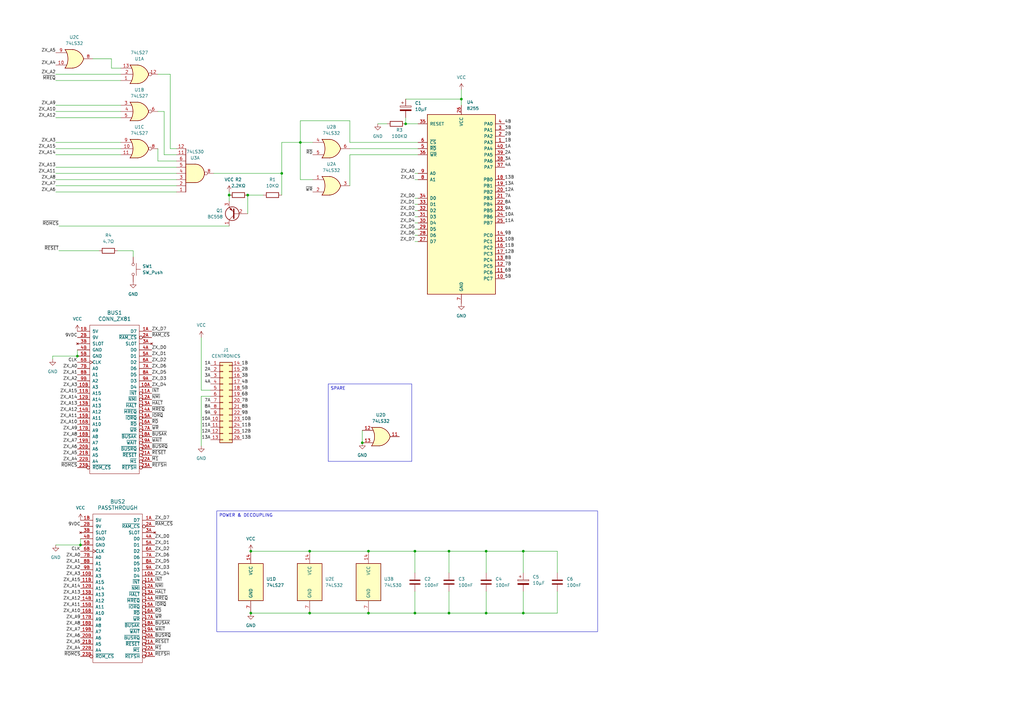
<source format=kicad_sch>
(kicad_sch (version 20230121) (generator eeschema)
  (paper "A3")
  (title_block (title "ZX81 Centronics Interface") (date "2023-09-16") (rev "INITIAL") (company "c't Magazine") (comment 2 "Redrawn by Brett Hallen") (comment 3 "youtube.com/@brfff"))
  (lib_symbols
    (symbol "74xx:74LS27" (pin_names (offset 1.016))
      (property "Reference" "U" (at 0 1.27 0))
      (property "Value" "74LS27" (at 0 -1.27 0))
      (symbol "74LS27_1_1"
        (arc (start -3.81 -3.81) (mid -2.589 0) (end -3.81 3.81) (stroke (width 0.254)))
        (arc (start -0.6096 -3.81) (mid 2.1842 -2.5851) (end 3.81 0) (stroke (width 0.254)) (fill (type background)))
        (polyline (pts (xy -3.81 -3.81) (xy -0.635 -3.81)) (stroke (width 0.254)) (fill (type background)))
        (polyline (pts (xy -3.81 3.81) (xy -0.635 3.81)) (stroke (width 0.254)) (fill (type background)))
        (polyline (pts (xy -0.635 3.81) (xy -3.81 3.81) (xy -3.81 3.81) (xy -3.556 3.4036) (xy -3.0226 2.2606) (xy -2.6924 1.0414) (xy -2.6162 -0.254) (xy -2.7686 -1.4986) (xy -3.175 -2.7178) (xy -3.81 -3.81) (xy -3.81 -3.81) (xy -0.635 -3.81)) (stroke (width -25.4)) (fill (type background)))
        (arc (start 3.81 0) (mid 2.1915 2.5936) (end -0.6096 3.81) (stroke (width 0.254)) (fill (type background)))
        (pin input line (at -7.62 2.54 0) (length 4.318) (name "~") (number "1"))
        (pin output inverted (at 7.62 0 180) (length 3.81) (name "~") (number "12"))
        (pin input line (at -7.62 -2.54 0) (length 4.318) (name "~") (number "13"))
        (pin input line (at -7.62 0 0) (length 4.953) (name "~") (number "2"))
      )
      (symbol "74LS27_1_2"
        (arc (start 0 -3.81) (mid 3.7934 0) (end 0 3.81) (stroke (width 0.254)) (fill (type background)))
        (polyline (pts (xy 0 3.81) (xy -3.81 3.81) (xy -3.81 -3.81) (xy 0 -3.81)) (stroke (width 0.254)) (fill (type background)))
        (pin input inverted (at -7.62 2.54 0) (length 3.81) (name "~") (number "1"))
        (pin output line (at 7.62 0 180) (length 3.81) (name "~") (number "12"))
        (pin input inverted (at -7.62 -2.54 0) (length 3.81) (name "~") (number "13"))
        (pin input inverted (at -7.62 0 0) (length 3.81) (name "~") (number "2"))
      )
      (symbol "74LS27_2_1"
        (arc (start -3.81 -3.81) (mid -2.589 0) (end -3.81 3.81) (stroke (width 0.254)))
        (arc (start -0.6096 -3.81) (mid 2.1842 -2.5851) (end 3.81 0) (stroke (width 0.254)) (fill (type background)))
        (polyline (pts (xy -3.81 -3.81) (xy -0.635 -3.81)) (stroke (width 0.254)) (fill (type background)))
        (polyline (pts (xy -3.81 3.81) (xy -0.635 3.81)) (stroke (width 0.254)) (fill (type background)))
        (polyline (pts (xy -0.635 3.81) (xy -3.81 3.81) (xy -3.81 3.81) (xy -3.556 3.4036) (xy -3.0226 2.2606) (xy -2.6924 1.0414) (xy -2.6162 -0.254) (xy -2.7686 -1.4986) (xy -3.175 -2.7178) (xy -3.81 -3.81) (xy -3.81 -3.81) (xy -0.635 -3.81)) (stroke (width -25.4)) (fill (type background)))
        (arc (start 3.81 0) (mid 2.1915 2.5936) (end -0.6096 3.81) (stroke (width 0.254)) (fill (type background)))
        (pin input line (at -7.62 2.54 0) (length 4.318) (name "~") (number "3"))
        (pin input line (at -7.62 0 0) (length 4.953) (name "~") (number "4"))
        (pin input line (at -7.62 -2.54 0) (length 4.318) (name "~") (number "5"))
        (pin output inverted (at 7.62 0 180) (length 3.81) (name "~") (number "6"))
      )
      (symbol "74LS27_2_2"
        (arc (start 0 -3.81) (mid 3.7934 0) (end 0 3.81) (stroke (width 0.254)) (fill (type background)))
        (polyline (pts (xy 0 3.81) (xy -3.81 3.81) (xy -3.81 -3.81) (xy 0 -3.81)) (stroke (width 0.254)) (fill (type background)))
        (pin input inverted (at -7.62 2.54 0) (length 3.81) (name "~") (number "3"))
        (pin input inverted (at -7.62 0 0) (length 3.81) (name "~") (number "4"))
        (pin input inverted (at -7.62 -2.54 0) (length 3.81) (name "~") (number "5"))
        (pin output line (at 7.62 0 180) (length 3.81) (name "~") (number "6"))
      )
      (symbol "74LS27_3_1"
        (arc (start -3.81 -3.81) (mid -2.589 0) (end -3.81 3.81) (stroke (width 0.254)))
        (arc (start -0.6096 -3.81) (mid 2.1842 -2.5851) (end 3.81 0) (stroke (width 0.254)) (fill (type background)))
        (polyline (pts (xy -3.81 -3.81) (xy -0.635 -3.81)) (stroke (width 0.254)) (fill (type background)))
        (polyline (pts (xy -3.81 3.81) (xy -0.635 3.81)) (stroke (width 0.254)) (fill (type background)))
        (polyline (pts (xy -0.635 3.81) (xy -3.81 3.81) (xy -3.81 3.81) (xy -3.556 3.4036) (xy -3.0226 2.2606) (xy -2.6924 1.0414) (xy -2.6162 -0.254) (xy -2.7686 -1.4986) (xy -3.175 -2.7178) (xy -3.81 -3.81) (xy -3.81 -3.81) (xy -0.635 -3.81)) (stroke (width -25.4)) (fill (type background)))
        (arc (start 3.81 0) (mid 2.1915 2.5936) (end -0.6096 3.81) (stroke (width 0.254)) (fill (type background)))
        (pin input line (at -7.62 0 0) (length 4.953) (name "~") (number "10"))
        (pin input line (at -7.62 -2.54 0) (length 4.318) (name "~") (number "11"))
        (pin output inverted (at 7.62 0 180) (length 3.81) (name "~") (number "8"))
        (pin input line (at -7.62 2.54 0) (length 4.318) (name "~") (number "9"))
      )
      (symbol "74LS27_3_2"
        (arc (start 0 -3.81) (mid 3.7934 0) (end 0 3.81) (stroke (width 0.254)) (fill (type background)))
        (polyline (pts (xy 0 3.81) (xy -3.81 3.81) (xy -3.81 -3.81) (xy 0 -3.81)) (stroke (width 0.254)) (fill (type background)))
        (pin input inverted (at -7.62 0 0) (length 3.81) (name "~") (number "10"))
        (pin input inverted (at -7.62 -2.54 0) (length 3.81) (name "~") (number "11"))
        (pin output line (at 7.62 0 180) (length 3.81) (name "~") (number "8"))
        (pin input inverted (at -7.62 2.54 0) (length 3.81) (name "~") (number "9"))
      )
      (symbol "74LS27_4_0"
        (pin power_in line (at 0 12.7 270) (length 5.08) (name "VCC") (number "14"))
        (pin power_in line (at 0 -12.7 90) (length 5.08) (name "GND") (number "7"))
      )
      (symbol "74LS27_4_1"
        (rectangle (start -5.08 7.62) (end 5.08 -7.62) (stroke (width 0.254)) (fill (type background)))
      )
    )
    (symbol "74xx:74LS30" (pin_names (offset 1.016))
      (property "Reference" "U" (at 0 1.27 0))
      (property "Value" "74LS30" (at 0 -1.27 0))
      (symbol "74LS30_1_1"
        (arc (start 0 -3.81) (mid 3.7934 0) (end 0 3.81) (stroke (width 0.254)) (fill (type background)))
        (polyline (pts (xy -3.81 7.62) (xy -3.81 -10.16)) (stroke (width 0.254)))
        (polyline (pts (xy 0 3.81) (xy -3.81 3.81) (xy -3.81 -3.81) (xy 0 -3.81)) (stroke (width 0.254)) (fill (type background)))
        (pin input line (at -7.62 7.62 0) (length 3.81) (name "~") (number "1"))
        (pin input line (at -7.62 -7.62 0) (length 3.81) (name "~") (number "11"))
        (pin input line (at -7.62 -10.16 0) (length 3.81) (name "~") (number "12"))
        (pin input line (at -7.62 5.08 0) (length 3.81) (name "~") (number "2"))
        (pin input line (at -7.62 2.54 0) (length 3.81) (name "~") (number "3"))
        (pin input line (at -7.62 0 0) (length 3.81) (name "~") (number "4"))
        (pin input line (at -7.62 -2.54 0) (length 3.81) (name "~") (number "5"))
        (pin input line (at -7.62 -5.08 0) (length 3.81) (name "~") (number "6"))
        (pin output inverted (at 7.62 0 180) (length 3.81) (name "~") (number "8"))
      )
      (symbol "74LS30_1_2"
        (arc (start -3.81 -3.81) (mid -2.589 0) (end -3.81 3.81) (stroke (width 0.254)))
        (arc (start -0.6096 -3.81) (mid 2.1842 -2.5851) (end 3.81 0) (stroke (width 0.254)) (fill (type background)))
        (polyline (pts (xy -3.81 -3.81) (xy -3.81 -10.16)) (stroke (width 0.254)))
        (polyline (pts (xy -3.81 -3.81) (xy -0.635 -3.81)) (stroke (width 0.254)) (fill (type background)))
        (polyline (pts (xy -3.81 3.81) (xy -0.635 3.81)) (stroke (width 0.254)) (fill (type background)))
        (polyline (pts (xy -3.81 7.62) (xy -3.81 3.81)) (stroke (width 0.254)))
        (polyline (pts (xy -0.635 3.81) (xy -3.81 3.81) (xy -3.81 3.81) (xy -3.556 3.4036) (xy -3.0226 2.2606) (xy -2.6924 1.0414) (xy -2.6162 -0.254) (xy -2.7686 -1.4986) (xy -3.175 -2.7178) (xy -3.81 -3.81) (xy -3.81 -3.81) (xy -0.635 -3.81)) (stroke (width -25.4)) (fill (type background)))
        (arc (start 3.81 0) (mid 2.1915 2.5936) (end -0.6096 3.81) (stroke (width 0.254)) (fill (type background)))
        (pin input inverted (at -7.62 7.62 0) (length 3.81) (name "~") (number "1"))
        (pin input inverted (at -7.62 -7.62 0) (length 3.81) (name "~") (number "11"))
        (pin input inverted (at -7.62 -10.16 0) (length 3.81) (name "~") (number "12"))
        (pin input inverted (at -7.62 5.08 0) (length 3.81) (name "~") (number "2"))
        (pin input inverted (at -7.62 2.54 0) (length 4.5466) (name "~") (number "3"))
        (pin input inverted (at -7.62 0 0) (length 5.08) (name "~") (number "4"))
        (pin input inverted (at -7.62 -2.54 0) (length 4.5466) (name "~") (number "5"))
        (pin input inverted (at -7.62 -5.08 0) (length 3.81) (name "~") (number "6"))
        (pin output line (at 7.62 0 180) (length 3.81) (name "~") (number "8"))
      )
      (symbol "74LS30_2_0"
        (pin power_in line (at 0 12.7 270) (length 5.08) (name "VCC") (number "14"))
        (pin power_in line (at 0 -12.7 90) (length 5.08) (name "GND") (number "7"))
      )
      (symbol "74LS30_2_1"
        (rectangle (start -5.08 7.62) (end 5.08 -7.62) (stroke (width 0.254)) (fill (type background)))
      )
    )
    (symbol "74xx:74LS32" (pin_names (offset 1.016))
      (property "Reference" "U" (at 0 1.27 0))
      (property "Value" "74LS32" (at 0 -1.27 0))
      (symbol "74LS32_1_1"
        (arc (start -3.81 -3.81) (mid -2.589 0) (end -3.81 3.81) (stroke (width 0.254)))
        (arc (start -0.6096 -3.81) (mid 2.1842 -2.5851) (end 3.81 0) (stroke (width 0.254)) (fill (type background)))
        (polyline (pts (xy -3.81 -3.81) (xy -0.635 -3.81)) (stroke (width 0.254)) (fill (type background)))
        (polyline (pts (xy -3.81 3.81) (xy -0.635 3.81)) (stroke (width 0.254)) (fill (type background)))
        (polyline (pts (xy -0.635 3.81) (xy -3.81 3.81) (xy -3.81 3.81) (xy -3.556 3.4036) (xy -3.0226 2.2606) (xy -2.6924 1.0414) (xy -2.6162 -0.254) (xy -2.7686 -1.4986) (xy -3.175 -2.7178) (xy -3.81 -3.81) (xy -3.81 -3.81) (xy -0.635 -3.81)) (stroke (width -25.4)) (fill (type background)))
        (arc (start 3.81 0) (mid 2.1915 2.5936) (end -0.6096 3.81) (stroke (width 0.254)) (fill (type background)))
        (pin input line (at -7.62 2.54 0) (length 4.318) (name "~") (number "1"))
        (pin input line (at -7.62 -2.54 0) (length 4.318) (name "~") (number "2"))
        (pin output line (at 7.62 0 180) (length 3.81) (name "~") (number "3"))
      )
      (symbol "74LS32_1_2"
        (arc (start 0 -3.81) (mid 3.7934 0) (end 0 3.81) (stroke (width 0.254)) (fill (type background)))
        (polyline (pts (xy 0 3.81) (xy -3.81 3.81) (xy -3.81 -3.81) (xy 0 -3.81)) (stroke (width 0.254)) (fill (type background)))
        (pin input inverted (at -7.62 2.54 0) (length 3.81) (name "~") (number "1"))
        (pin input inverted (at -7.62 -2.54 0) (length 3.81) (name "~") (number "2"))
        (pin output inverted (at 7.62 0 180) (length 3.81) (name "~") (number "3"))
      )
      (symbol "74LS32_2_1"
        (arc (start -3.81 -3.81) (mid -2.589 0) (end -3.81 3.81) (stroke (width 0.254)))
        (arc (start -0.6096 -3.81) (mid 2.1842 -2.5851) (end 3.81 0) (stroke (width 0.254)) (fill (type background)))
        (polyline (pts (xy -3.81 -3.81) (xy -0.635 -3.81)) (stroke (width 0.254)) (fill (type background)))
        (polyline (pts (xy -3.81 3.81) (xy -0.635 3.81)) (stroke (width 0.254)) (fill (type background)))
        (polyline (pts (xy -0.635 3.81) (xy -3.81 3.81) (xy -3.81 3.81) (xy -3.556 3.4036) (xy -3.0226 2.2606) (xy -2.6924 1.0414) (xy -2.6162 -0.254) (xy -2.7686 -1.4986) (xy -3.175 -2.7178) (xy -3.81 -3.81) (xy -3.81 -3.81) (xy -0.635 -3.81)) (stroke (width -25.4)) (fill (type background)))
        (arc (start 3.81 0) (mid 2.1915 2.5936) (end -0.6096 3.81) (stroke (width 0.254)) (fill (type background)))
        (pin input line (at -7.62 2.54 0) (length 4.318) (name "~") (number "4"))
        (pin input line (at -7.62 -2.54 0) (length 4.318) (name "~") (number "5"))
        (pin output line (at 7.62 0 180) (length 3.81) (name "~") (number "6"))
      )
      (symbol "74LS32_2_2"
        (arc (start 0 -3.81) (mid 3.7934 0) (end 0 3.81) (stroke (width 0.254)) (fill (type background)))
        (polyline (pts (xy 0 3.81) (xy -3.81 3.81) (xy -3.81 -3.81) (xy 0 -3.81)) (stroke (width 0.254)) (fill (type background)))
        (pin input inverted (at -7.62 2.54 0) (length 3.81) (name "~") (number "4"))
        (pin input inverted (at -7.62 -2.54 0) (length 3.81) (name "~") (number "5"))
        (pin output inverted (at 7.62 0 180) (length 3.81) (name "~") (number "6"))
      )
      (symbol "74LS32_3_1"
        (arc (start -3.81 -3.81) (mid -2.589 0) (end -3.81 3.81) (stroke (width 0.254)))
        (arc (start -0.6096 -3.81) (mid 2.1842 -2.5851) (end 3.81 0) (stroke (width 0.254)) (fill (type background)))
        (polyline (pts (xy -3.81 -3.81) (xy -0.635 -3.81)) (stroke (width 0.254)) (fill (type background)))
        (polyline (pts (xy -3.81 3.81) (xy -0.635 3.81)) (stroke (width 0.254)) (fill (type background)))
        (polyline (pts (xy -0.635 3.81) (xy -3.81 3.81) (xy -3.81 3.81) (xy -3.556 3.4036) (xy -3.0226 2.2606) (xy -2.6924 1.0414) (xy -2.6162 -0.254) (xy -2.7686 -1.4986) (xy -3.175 -2.7178) (xy -3.81 -3.81) (xy -3.81 -3.81) (xy -0.635 -3.81)) (stroke (width -25.4)) (fill (type background)))
        (arc (start 3.81 0) (mid 2.1915 2.5936) (end -0.6096 3.81) (stroke (width 0.254)) (fill (type background)))
        (pin input line (at -7.62 -2.54 0) (length 4.318) (name "~") (number "10"))
        (pin output line (at 7.62 0 180) (length 3.81) (name "~") (number "8"))
        (pin input line (at -7.62 2.54 0) (length 4.318) (name "~") (number "9"))
      )
      (symbol "74LS32_3_2"
        (arc (start 0 -3.81) (mid 3.7934 0) (end 0 3.81) (stroke (width 0.254)) (fill (type background)))
        (polyline (pts (xy 0 3.81) (xy -3.81 3.81) (xy -3.81 -3.81) (xy 0 -3.81)) (stroke (width 0.254)) (fill (type background)))
        (pin input inverted (at -7.62 -2.54 0) (length 3.81) (name "~") (number "10"))
        (pin output inverted (at 7.62 0 180) (length 3.81) (name "~") (number "8"))
        (pin input inverted (at -7.62 2.54 0) (length 3.81) (name "~") (number "9"))
      )
      (symbol "74LS32_4_1"
        (arc (start -3.81 -3.81) (mid -2.589 0) (end -3.81 3.81) (stroke (width 0.254)))
        (arc (start -0.6096 -3.81) (mid 2.1842 -2.5851) (end 3.81 0) (stroke (width 0.254)) (fill (type background)))
        (polyline (pts (xy -3.81 -3.81) (xy -0.635 -3.81)) (stroke (width 0.254)) (fill (type background)))
        (polyline (pts (xy -3.81 3.81) (xy -0.635 3.81)) (stroke (width 0.254)) (fill (type background)))
        (polyline (pts (xy -0.635 3.81) (xy -3.81 3.81) (xy -3.81 3.81) (xy -3.556 3.4036) (xy -3.0226 2.2606) (xy -2.6924 1.0414) (xy -2.6162 -0.254) (xy -2.7686 -1.4986) (xy -3.175 -2.7178) (xy -3.81 -3.81) (xy -3.81 -3.81) (xy -0.635 -3.81)) (stroke (width -25.4)) (fill (type background)))
        (arc (start 3.81 0) (mid 2.1915 2.5936) (end -0.6096 3.81) (stroke (width 0.254)) (fill (type background)))
        (pin output line (at 7.62 0 180) (length 3.81) (name "~") (number "11"))
        (pin input line (at -7.62 2.54 0) (length 4.318) (name "~") (number "12"))
        (pin input line (at -7.62 -2.54 0) (length 4.318) (name "~") (number "13"))
      )
      (symbol "74LS32_4_2"
        (arc (start 0 -3.81) (mid 3.7934 0) (end 0 3.81) (stroke (width 0.254)) (fill (type background)))
        (polyline (pts (xy 0 3.81) (xy -3.81 3.81) (xy -3.81 -3.81) (xy 0 -3.81)) (stroke (width 0.254)) (fill (type background)))
        (pin output inverted (at 7.62 0 180) (length 3.81) (name "~") (number "11"))
        (pin input inverted (at -7.62 2.54 0) (length 3.81) (name "~") (number "12"))
        (pin input inverted (at -7.62 -2.54 0) (length 3.81) (name "~") (number "13"))
      )
      (symbol "74LS32_5_0"
        (pin power_in line (at 0 12.7 270) (length 5.08) (name "VCC") (number "14"))
        (pin power_in line (at 0 -12.7 90) (length 5.08) (name "GND") (number "7"))
      )
      (symbol "74LS32_5_1"
        (rectangle (start -5.08 7.62) (end 5.08 -7.62) (stroke (width 0.254)) (fill (type background)))
      )
    )
    (symbol "Connector_Generic:Conn_02x13_Top_Bottom" (pin_names (offset 1.016) hide)
      (property "Reference" "J" (at 1.27 17.78 0))
      (property "Value" "Conn_02x13_Top_Bottom" (at 1.27 -17.78 0))
      (symbol "Conn_02x13_Top_Bottom_1_1"
        (rectangle (start -1.27 -15.113) (end 0 -15.367) (stroke (width 0.1524)))
        (rectangle (start -1.27 -12.573) (end 0 -12.827) (stroke (width 0.1524)))
        (rectangle (start -1.27 -10.033) (end 0 -10.287) (stroke (width 0.1524)))
        (rectangle (start -1.27 -7.493) (end 0 -7.747) (stroke (width 0.1524)))
        (rectangle (start -1.27 -4.953) (end 0 -5.207) (stroke (width 0.1524)))
        (rectangle (start -1.27 -2.413) (end 0 -2.667) (stroke (width 0.1524)))
        (rectangle (start -1.27 0.127) (end 0 -0.127) (stroke (width 0.1524)))
        (rectangle (start -1.27 2.667) (end 0 2.413) (stroke (width 0.1524)))
        (rectangle (start -1.27 5.207) (end 0 4.953) (stroke (width 0.1524)))
        (rectangle (start -1.27 7.747) (end 0 7.493) (stroke (width 0.1524)))
        (rectangle (start -1.27 10.287) (end 0 10.033) (stroke (width 0.1524)))
        (rectangle (start -1.27 12.827) (end 0 12.573) (stroke (width 0.1524)))
        (rectangle (start -1.27 15.367) (end 0 15.113) (stroke (width 0.1524)))
        (rectangle (start -1.27 16.51) (end 3.81 -16.51) (stroke (width 0.254)) (fill (type background)))
        (rectangle (start 3.81 -15.113) (end 2.54 -15.367) (stroke (width 0.1524)))
        (rectangle (start 3.81 -12.573) (end 2.54 -12.827) (stroke (width 0.1524)))
        (rectangle (start 3.81 -10.033) (end 2.54 -10.287) (stroke (width 0.1524)))
        (rectangle (start 3.81 -7.493) (end 2.54 -7.747) (stroke (width 0.1524)))
        (rectangle (start 3.81 -4.953) (end 2.54 -5.207) (stroke (width 0.1524)))
        (rectangle (start 3.81 -2.413) (end 2.54 -2.667) (stroke (width 0.1524)))
        (rectangle (start 3.81 0.127) (end 2.54 -0.127) (stroke (width 0.1524)))
        (rectangle (start 3.81 2.667) (end 2.54 2.413) (stroke (width 0.1524)))
        (rectangle (start 3.81 5.207) (end 2.54 4.953) (stroke (width 0.1524)))
        (rectangle (start 3.81 7.747) (end 2.54 7.493) (stroke (width 0.1524)))
        (rectangle (start 3.81 10.287) (end 2.54 10.033) (stroke (width 0.1524)))
        (rectangle (start 3.81 12.827) (end 2.54 12.573) (stroke (width 0.1524)))
        (rectangle (start 3.81 15.367) (end 2.54 15.113) (stroke (width 0.1524)))
        (pin passive line (at -5.08 15.24 0) (length 3.81) (name "Pin_1") (number "1"))
        (pin passive line (at -5.08 -7.62 0) (length 3.81) (name "Pin_10") (number "10"))
        (pin passive line (at -5.08 -10.16 0) (length 3.81) (name "Pin_11") (number "11"))
        (pin passive line (at -5.08 -12.7 0) (length 3.81) (name "Pin_12") (number "12"))
        (pin passive line (at -5.08 -15.24 0) (length 3.81) (name "Pin_13") (number "13"))
        (pin passive line (at 7.62 15.24 180) (length 3.81) (name "Pin_14") (number "14"))
        (pin passive line (at 7.62 12.7 180) (length 3.81) (name "Pin_15") (number "15"))
        (pin passive line (at 7.62 10.16 180) (length 3.81) (name "Pin_16") (number "16"))
        (pin passive line (at 7.62 7.62 180) (length 3.81) (name "Pin_17") (number "17"))
        (pin passive line (at 7.62 5.08 180) (length 3.81) (name "Pin_18") (number "18"))
        (pin passive line (at 7.62 2.54 180) (length 3.81) (name "Pin_19") (number "19"))
        (pin passive line (at -5.08 12.7 0) (length 3.81) (name "Pin_2") (number "2"))
        (pin passive line (at 7.62 0 180) (length 3.81) (name "Pin_20") (number "20"))
        (pin passive line (at 7.62 -2.54 180) (length 3.81) (name "Pin_21") (number "21"))
        (pin passive line (at 7.62 -5.08 180) (length 3.81) (name "Pin_22") (number "22"))
        (pin passive line (at 7.62 -7.62 180) (length 3.81) (name "Pin_23") (number "23"))
        (pin passive line (at 7.62 -10.16 180) (length 3.81) (name "Pin_24") (number "24"))
        (pin passive line (at 7.62 -12.7 180) (length 3.81) (name "Pin_25") (number "25"))
        (pin passive line (at 7.62 -15.24 180) (length 3.81) (name "Pin_26") (number "26"))
        (pin passive line (at -5.08 10.16 0) (length 3.81) (name "Pin_3") (number "3"))
        (pin passive line (at -5.08 7.62 0) (length 3.81) (name "Pin_4") (number "4"))
        (pin passive line (at -5.08 5.08 0) (length 3.81) (name "Pin_5") (number "5"))
        (pin passive line (at -5.08 2.54 0) (length 3.81) (name "Pin_6") (number "6"))
        (pin passive line (at -5.08 0 0) (length 3.81) (name "Pin_7") (number "7"))
        (pin passive line (at -5.08 -2.54 0) (length 3.81) (name "Pin_8") (number "8"))
        (pin passive line (at -5.08 -5.08 0) (length 3.81) (name "Pin_9") (number "9"))
      )
    )
    (symbol "Device:C" (pin_numbers hide) (pin_names (offset 0.254))
      (property "Reference" "C" (at 0.635 2.54 0))
      (property "Value" "C" (at 0.635 -2.54 0))
      (symbol "C_0_1"
        (polyline (pts (xy -2.032 -0.762) (xy 2.032 -0.762)) (stroke (width 0.508)))
        (polyline (pts (xy -2.032 0.762) (xy 2.032 0.762)) (stroke (width 0.508)))
      )
      (symbol "C_1_1"
        (pin passive line (at 0 3.81 270) (length 2.794) (name "~") (number "1"))
        (pin passive line (at 0 -3.81 90) (length 2.794) (name "~") (number "2"))
      )
    )
    (symbol "Device:C_Polarized" (pin_numbers hide) (pin_names (offset 0.254))
      (property "Reference" "C" (at 0.635 2.54 0))
      (property "Value" "C_Polarized" (at 0.635 -2.54 0))
      (symbol "C_Polarized_0_1"
        (rectangle (start -2.286 0.508) (end 2.286 1.016))
        (polyline (pts (xy -1.778 2.286) (xy -0.762 2.286)))
        (polyline (pts (xy -1.27 2.794) (xy -1.27 1.778)))
        (rectangle (start 2.286 -0.508) (end -2.286 -1.016) (fill (type outline)))
      )
      (symbol "C_Polarized_1_1"
        (pin passive line (at 0 3.81 270) (length 2.794) (name "~") (number "1"))
        (pin passive line (at 0 -3.81 90) (length 2.794) (name "~") (number "2"))
      )
    )
    (symbol "Device:R" (pin_numbers hide) (pin_names (offset 0))
      (property "Reference" "R" (at 2.032 0 90))
      (property "Value" "R" (at 0 0 90))
      (symbol "R_0_1"
        (rectangle (start -1.016 -2.54) (end 1.016 2.54) (stroke (width 0.254)))
      )
      (symbol "R_1_1"
        (pin passive line (at 0 3.81 270) (length 1.27) (name "~") (number "1"))
        (pin passive line (at 0 -3.81 90) (length 1.27) (name "~") (number "2"))
      )
    )
    (symbol "Interface:8255" (pin_names (offset 1.016))
      (property "Reference" "U" (at -13.97 38.1 0))
      (property "Value" "8255" (at 8.89 38.1 0))
      (symbol "8255_1_1"
        (rectangle (start -13.97 -36.83) (end 13.97 36.83) (stroke (width 0.254)) (fill (type background)))
        (pin bidirectional line (at 17.78 25.4 180) (length 3.81) (name "PA3") (number "1"))
        (pin bidirectional line (at 17.78 -30.48 180) (length 3.81) (name "PC7") (number "10"))
        (pin bidirectional line (at 17.78 -27.94 180) (length 3.81) (name "PC6") (number "11"))
        (pin bidirectional line (at 17.78 -25.4 180) (length 3.81) (name "PC5") (number "12"))
        (pin bidirectional line (at 17.78 -22.86 180) (length 3.81) (name "PC4") (number "13"))
        (pin bidirectional line (at 17.78 -12.7 180) (length 3.81) (name "PC0") (number "14"))
        (pin bidirectional line (at 17.78 -15.24 180) (length 3.81) (name "PC1") (number "15"))
        (pin bidirectional line (at 17.78 -17.78 180) (length 3.81) (name "PC2") (number "16"))
        (pin bidirectional line (at 17.78 -20.32 180) (length 3.81) (name "PC3") (number "17"))
        (pin bidirectional line (at 17.78 10.16 180) (length 3.81) (name "PB0") (number "18"))
        (pin bidirectional line (at 17.78 7.62 180) (length 3.81) (name "PB1") (number "19"))
        (pin bidirectional line (at 17.78 27.94 180) (length 3.81) (name "PA2") (number "2"))
        (pin bidirectional line (at 17.78 5.08 180) (length 3.81) (name "PB2") (number "20"))
        (pin bidirectional line (at 17.78 2.54 180) (length 3.81) (name "PB3") (number "21"))
        (pin bidirectional line (at 17.78 0 180) (length 3.81) (name "PB4") (number "22"))
        (pin bidirectional line (at 17.78 -2.54 180) (length 3.81) (name "PB5") (number "23"))
        (pin bidirectional line (at 17.78 -5.08 180) (length 3.81) (name "PB6") (number "24"))
        (pin bidirectional line (at 17.78 -7.62 180) (length 3.81) (name "PB7") (number "25"))
        (pin power_in line (at 0 40.64 270) (length 3.81) (name "VCC") (number "26"))
        (pin bidirectional line (at -17.78 -15.24 0) (length 3.81) (name "D7") (number "27"))
        (pin bidirectional line (at -17.78 -12.7 0) (length 3.81) (name "D6") (number "28"))
        (pin bidirectional line (at -17.78 -10.16 0) (length 3.81) (name "D5") (number "29"))
        (pin bidirectional line (at 17.78 30.48 180) (length 3.81) (name "PA1") (number "3"))
        (pin bidirectional line (at -17.78 -7.62 0) (length 3.81) (name "D4") (number "30"))
        (pin bidirectional line (at -17.78 -5.08 0) (length 3.81) (name "D3") (number "31"))
        (pin bidirectional line (at -17.78 -2.54 0) (length 3.81) (name "D2") (number "32"))
        (pin bidirectional line (at -17.78 0 0) (length 3.81) (name "D1") (number "33"))
        (pin bidirectional line (at -17.78 2.54 0) (length 3.81) (name "D0") (number "34"))
        (pin input line (at -17.78 33.02 0) (length 3.81) (name "RESET") (number "35"))
        (pin input line (at -17.78 20.32 0) (length 3.81) (name "~{WR}") (number "36"))
        (pin bidirectional line (at 17.78 15.24 180) (length 3.81) (name "PA7") (number "37"))
        (pin bidirectional line (at 17.78 17.78 180) (length 3.81) (name "PA6") (number "38"))
        (pin bidirectional line (at 17.78 20.32 180) (length 3.81) (name "PA5") (number "39"))
        (pin bidirectional line (at 17.78 33.02 180) (length 3.81) (name "PA0") (number "4"))
        (pin bidirectional line (at 17.78 22.86 180) (length 3.81) (name "PA4") (number "40"))
        (pin input line (at -17.78 22.86 0) (length 3.81) (name "~{RD}") (number "5"))
        (pin input line (at -17.78 25.4 0) (length 3.81) (name "~{CS}") (number "6"))
        (pin power_in line (at 0 -40.64 90) (length 3.81) (name "GND") (number "7"))
        (pin input line (at -17.78 10.16 0) (length 3.81) (name "A1") (number "8"))
        (pin input line (at -17.78 12.7 0) (length 3.81) (name "A0") (number "9"))
      )
    )
    (symbol "Switch:SW_Push" (pin_numbers hide) (pin_names (offset 1.016) hide)
      (property "Reference" "SW" (at 1.27 2.54 0))
      (property "Value" "SW_Push" (at 0 -1.524 0))
      (symbol "SW_Push_0_1"
        (circle (center -2.032 0) (radius 0.508))
        (polyline (pts (xy 0 1.27) (xy 0 3.048)))
        (polyline (pts (xy 2.54 1.27) (xy -2.54 1.27)))
        (circle (center 2.032 0) (radius 0.508))
        (pin passive line (at -5.08 0 0) (length 2.54) (name "1") (number "1"))
        (pin passive line (at 5.08 0 180) (length 2.54) (name "2") (number "2"))
      )
    )
    (symbol "Transistor_BJT:BC558" (pin_names (offset 0) hide)
      (property "Reference" "Q" (at 5.08 1.905 0))
      (property "Value" "BC558" (at 5.08 0 0))
      (symbol "BC558_0_1"
        (polyline (pts (xy 0.635 0.635) (xy 2.54 2.54)))
        (polyline (pts (xy 0.635 -0.635) (xy 2.54 -2.54) (xy 2.54 -2.54)))
        (polyline (pts (xy 0.635 1.905) (xy 0.635 -1.905) (xy 0.635 -1.905)) (stroke (width 0.508)))
        (polyline (pts (xy 2.286 -1.778) (xy 1.778 -2.286) (xy 1.27 -1.27) (xy 2.286 -1.778) (xy 2.286 -1.778)) (fill (type outline)))
        (circle (center 1.27 0) (radius 2.8194) (stroke (width 0.254)))
      )
      (symbol "BC558_1_1"
        (pin passive line (at 2.54 5.08 270) (length 2.54) (name "C") (number "1"))
        (pin input line (at -5.08 0 0) (length 5.715) (name "B") (number "2"))
        (pin passive line (at 2.54 -5.08 90) (length 2.54) (name "E") (number "3"))
      )
    )
    (symbol "my_components:CONN_ZX81" (pin_names (offset 1.016))
      (property "Reference" "BUS" (at -10.16 31.75 0))
      (property "Value" "CONN_ZX81" (at -10.16 -31.75 0))
      (symbol "CONN_ZX81_0_1"
        (rectangle (start -10.16 30.48) (end 10.16 -30.48))
      )
      (symbol "CONN_ZX81_1_1"
        (pin tri_state line (at 15.24 5.08 180) (length 5.08) (name "D4") (number "10A"))
        (pin output line (at -15.24 5.08 0) (length 5.08) (name "A3") (number "10B"))
        (pin output inverted (at 15.24 2.54 180) (length 5.08) (name "~{INT}") (number "11A"))
        (pin output line (at -15.24 2.54 0) (length 5.08) (name "A15") (number "11B"))
        (pin output inverted (at 15.24 0 180) (length 5.08) (name "~{NMI}") (number "12A"))
        (pin output line (at -15.24 0 0) (length 5.08) (name "A14") (number "12B"))
        (pin output inverted (at 15.24 -2.54 180) (length 5.08) (name "~{HALT}") (number "13A"))
        (pin output line (at -15.24 -2.54 0) (length 5.08) (name "A13") (number "13B"))
        (pin output inverted (at 15.24 -5.08 180) (length 5.08) (name "~{MREQ}") (number "14A"))
        (pin output line (at -15.24 -5.08 0) (length 5.08) (name "A12") (number "14B"))
        (pin output inverted (at 15.24 -7.62 180) (length 5.08) (name "~{IORQ}") (number "15A"))
        (pin output line (at -15.24 -7.62 0) (length 5.08) (name "A11") (number "15B"))
        (pin output inverted (at 15.24 -10.16 180) (length 5.08) (name "~{RD}") (number "16A"))
        (pin output line (at -15.24 -10.16 0) (length 5.08) (name "A10") (number "16B"))
        (pin output inverted (at 15.24 -12.7 180) (length 5.08) (name "~{WR}") (number "17A"))
        (pin output line (at -15.24 -12.7 0) (length 5.08) (name "A9") (number "17B"))
        (pin output inverted (at 15.24 -15.24 180) (length 5.08) (name "~{BUSAK}") (number "18A"))
        (pin output line (at -15.24 -15.24 0) (length 5.08) (name "A8") (number "18B"))
        (pin output inverted (at 15.24 -17.78 180) (length 5.08) (name "~{WAIT}") (number "19A"))
        (pin output line (at -15.24 -17.78 0) (length 5.08) (name "A7") (number "19B"))
        (pin tri_state line (at 15.24 27.94 180) (length 5.08) (name "D7") (number "1A"))
        (pin power_out line (at -15.24 27.94 0) (length 5.08) (name "5V") (number "1B"))
        (pin output inverted (at 15.24 -20.32 180) (length 5.08) (name "~{BUSRQ}") (number "20A"))
        (pin output line (at -15.24 -20.32 0) (length 5.08) (name "A6") (number "20B"))
        (pin output inverted (at 15.24 -22.86 180) (length 5.08) (name "~{RESET}") (number "21A"))
        (pin output line (at -15.24 -22.86 0) (length 5.08) (name "A5") (number "21B"))
        (pin output inverted (at 15.24 -25.4 180) (length 5.08) (name "~{M1}") (number "22A"))
        (pin output line (at -15.24 -25.4 0) (length 5.08) (name "A4") (number "22B"))
        (pin output inverted (at 15.24 -27.94 180) (length 5.08) (name "~{REFSH}") (number "23A"))
        (pin output inverted (at -15.24 -27.94 0) (length 5.08) (name "~{ROM_CS}") (number "23B"))
        (pin output inverted (at 15.24 25.4 180) (length 5.08) (name "~{RAM_CS}") (number "2A"))
        (pin power_out line (at -15.24 25.4 0) (length 5.08) (name "9V") (number "2B"))
        (pin no_connect line (at 15.24 22.86 180) (length 5.08) (name "SLOT") (number "3A"))
        (pin no_connect line (at -15.24 22.86 0) (length 5.08) (name "SLOT") (number "3B"))
        (pin tri_state line (at 15.24 20.32 180) (length 5.08) (name "D0") (number "4A"))
        (pin power_out line (at -15.24 20.32 0) (length 5.08) (name "GND") (number "4B"))
        (pin tri_state line (at 15.24 17.78 180) (length 5.08) (name "D1") (number "5A"))
        (pin power_in line (at -15.24 17.78 0) (length 5.08) (name "GND") (number "5B"))
        (pin tri_state line (at 15.24 15.24 180) (length 5.08) (name "D2") (number "6A"))
        (pin output clock (at -15.24 15.24 0) (length 5.08) (name "CLK") (number "6B"))
        (pin tri_state line (at 15.24 12.7 180) (length 5.08) (name "D6") (number "7A"))
        (pin output line (at -15.24 12.7 0) (length 5.08) (name "A0") (number "7B"))
        (pin tri_state line (at 15.24 10.16 180) (length 5.08) (name "D5") (number "8A"))
        (pin output line (at -15.24 10.16 0) (length 5.08) (name "A1") (number "8B"))
        (pin tri_state line (at 15.24 7.62 180) (length 5.08) (name "D3") (number "9A"))
        (pin output line (at -15.24 7.62 0) (length 5.08) (name "A2") (number "9B"))
      )
    )
    (symbol "power:GND" (power) (pin_names (offset 0))
      (property "Value" "GND" (at 0 -3.81 0))
      (symbol "GND_0_1"
        (polyline (pts (xy 0 0) (xy 0 -1.27) (xy 1.27 -1.27) (xy 0 -2.54) (xy -1.27 -1.27) (xy 0 -1.27)))
      )
      (symbol "GND_1_1"
        (pin power_in line (at 0 0 270) (length 0) hide (name "GND") (number "1"))
      )
    )
    (symbol "power:VCC" (power) (pin_names (offset 0))
      (property "Value" "VCC" (at 0 3.81 0))
      (symbol "VCC_0_1"
        (polyline (pts (xy -0.762 1.27) (xy 0 2.54)))
        (polyline (pts (xy 0 0) (xy 0 2.54)))
        (polyline (pts (xy 0 2.54) (xy 0.762 1.27)))
      )
      (symbol "VCC_1_1"
        (pin power_in line (at 0 0 90) (length 0) hide (name "VCC") (number "1"))
      )
    )
  )
  (junction (at 151.13 251.46))
  (junction (at 184.15 226.06))
  (junction (at 184.15 251.46))
  (junction (at 170.18 226.06))
  (junction (at 115.57 71.12))
  (junction (at 123.19 58.42))
  (junction (at 170.18 251.46))
  (junction (at 101.6 80.01))
  (junction (at 148.59 181.61))
  (junction (at 214.63 226.06))
  (junction (at 199.39 226.06))
  (junction (at 31.75 146.05))
  (junction (at 127 251.46))
  (junction (at 127 226.06))
  (junction (at 93.98 80.01))
  (junction (at 151.13 226.06))
  (junction (at 166.37 50.8))
  (junction (at 189.23 40.64))
  (junction (at 33.02 223.52))
  (junction (at 214.63 251.46))
  (junction (at 102.87 251.46))
  (junction (at 102.87 226.06))
  (junction (at 199.39 251.46))
  (wire (pts (xy 22.86 76.2) (xy 72.39 76.2)))
  (wire (pts (xy 22.86 71.12) (xy 72.39 71.12)))
  (wire (pts (xy 199.39 234.95) (xy 199.39 226.06)))
  (wire (pts (xy 67.31 45.72) (xy 64.77 45.72)))
  (wire (pts (xy 127 226.06) (xy 151.13 226.06)))
  (wire (pts (xy 64.77 60.96) (xy 64.77 66.04)))
  (wire (pts (xy 127 251.46) (xy 151.13 251.46)))
  (wire (pts (xy 33.02 220.98) (xy 33.02 223.52)))
  (wire (pts (xy 214.63 226.06) (xy 228.6 226.06)))
  (wire (pts (xy 102.87 226.06) (xy 127 226.06)))
  (wire (pts (xy 199.39 226.06) (xy 214.63 226.06)))
  (wire (pts (xy 143.51 63.5) (xy 143.51 76.2)))
  (wire (pts (xy 67.31 63.5) (xy 67.31 45.72)))
  (wire (pts (xy 38.1 24.13) (xy 45.72 24.13)))
  (wire (pts (xy 184.15 226.06) (xy 199.39 226.06)))
  (wire (pts (xy 143.51 60.96) (xy 171.45 60.96)))
  (wire (pts (xy 189.23 40.64) (xy 189.23 43.18)))
  (wire (pts (xy 24.13 102.87) (xy 40.64 102.87)))
  (wire (pts (xy 123.19 49.53) (xy 123.19 58.42)))
  (wire (pts (xy 170.18 226.06) (xy 151.13 226.06)))
  (wire (pts (xy 24.13 92.71) (xy 93.98 92.71)))
  (wire (pts (xy 154.94 50.8) (xy 158.75 50.8)))
  (wire (pts (xy 170.18 242.57) (xy 170.18 251.46)))
  (wire (pts (xy 72.39 60.96) (xy 69.85 60.96)))
  (wire (pts (xy 184.15 226.06) (xy 184.15 234.95)))
  (wire (pts (xy 171.45 83.82) (xy 170.18 83.82)))
  (wire (pts (xy 22.86 223.52) (xy 33.02 223.52)))
  (wire (pts (xy 171.45 58.42) (xy 143.51 58.42)))
  (wire (pts (xy 22.86 78.74) (xy 72.39 78.74)))
  (wire (pts (xy 228.6 226.06) (xy 228.6 234.95)))
  (wire (pts (xy 93.98 80.01) (xy 93.98 82.55)))
  (wire (pts (xy 115.57 58.42) (xy 123.19 58.42)))
  (wire (pts (xy 214.63 226.06) (xy 214.63 234.95)))
  (wire (pts (xy 64.77 66.04) (xy 72.39 66.04)))
  (wire (pts (xy 171.45 86.36) (xy 170.18 86.36)))
  (wire (pts (xy 189.23 36.83) (xy 189.23 40.64)))
  (wire (pts (xy 199.39 242.57) (xy 199.39 251.46)))
  (wire (pts (xy 101.6 80.01) (xy 107.95 80.01)))
  (wire (pts (xy 22.86 30.48) (xy 49.53 30.48)))
  (wire (pts (xy 21.59 146.05) (xy 31.75 146.05)))
  (wire (pts (xy 143.51 49.53) (xy 123.19 49.53)))
  (wire (pts (xy 22.86 33.02) (xy 49.53 33.02)))
  (wire (pts (xy 148.59 176.53) (xy 148.59 181.61)))
  (wire (pts (xy 171.45 81.28) (xy 170.18 81.28)))
  (wire (pts (xy 123.19 58.42) (xy 123.19 73.66)))
  (wire (pts (xy 86.36 162.56) (xy 82.55 162.56)))
  (wire (pts (xy 171.45 91.44) (xy 170.18 91.44)))
  (wire (pts (xy 22.86 48.26) (xy 49.53 48.26)))
  (wire (pts (xy 171.45 71.12) (xy 170.18 71.12)))
  (wire (pts (xy 22.86 43.18) (xy 49.53 43.18)))
  (wire (pts (xy 45.72 27.94) (xy 49.53 27.94)))
  (wire (pts (xy 171.45 63.5) (xy 143.51 63.5)))
  (wire (pts (xy 82.55 160.02) (xy 82.55 138.43)))
  (wire (pts (xy 171.45 73.66) (xy 170.18 73.66)))
  (wire (pts (xy 82.55 162.56) (xy 82.55 182.88)))
  (wire (pts (xy 72.39 63.5) (xy 67.31 63.5)))
  (wire (pts (xy 69.85 60.96) (xy 69.85 30.48)))
  (wire (pts (xy 170.18 226.06) (xy 170.18 234.95)))
  (wire (pts (xy 170.18 251.46) (xy 184.15 251.46)))
  (wire (pts (xy 184.15 251.46) (xy 199.39 251.46)))
  (wire (pts (xy 171.45 50.8) (xy 166.37 50.8)))
  (wire (pts (xy 184.15 242.57) (xy 184.15 251.46)))
  (wire (pts (xy 143.51 58.42) (xy 143.51 49.53)))
  (wire (pts (xy 22.86 60.96) (xy 49.53 60.96)))
  (wire (pts (xy 171.45 88.9) (xy 170.18 88.9)))
  (wire (pts (xy 22.86 68.58) (xy 72.39 68.58)))
  (wire (pts (xy 93.98 78.74) (xy 93.98 80.01)))
  (wire (pts (xy 171.45 96.52) (xy 170.18 96.52)))
  (wire (pts (xy 21.59 147.32) (xy 21.59 146.05)))
  (wire (pts (xy 123.19 73.66) (xy 128.27 73.66)))
  (wire (pts (xy 31.75 143.51) (xy 31.75 146.05)))
  (wire (pts (xy 86.36 160.02) (xy 82.55 160.02)))
  (wire (pts (xy 171.45 99.06) (xy 170.18 99.06)))
  (wire (pts (xy 228.6 251.46) (xy 214.63 251.46)))
  (wire (pts (xy 45.72 24.13) (xy 45.72 27.94)))
  (wire (pts (xy 228.6 242.57) (xy 228.6 251.46)))
  (wire (pts (xy 123.19 58.42) (xy 128.27 58.42)))
  (wire (pts (xy 101.6 80.01) (xy 101.6 87.63)))
  (wire (pts (xy 22.86 63.5) (xy 49.53 63.5)))
  (wire (pts (xy 171.45 93.98) (xy 170.18 93.98)))
  (wire (pts (xy 22.86 73.66) (xy 72.39 73.66)))
  (wire (pts (xy 48.26 102.87) (xy 54.61 102.87)))
  (wire (pts (xy 166.37 40.64) (xy 189.23 40.64)))
  (wire (pts (xy 87.63 71.12) (xy 115.57 71.12)))
  (wire (pts (xy 166.37 50.8) (xy 166.37 48.26)))
  (wire (pts (xy 199.39 251.46) (xy 214.63 251.46)))
  (wire (pts (xy 22.86 58.42) (xy 49.53 58.42)))
  (wire (pts (xy 54.61 102.87) (xy 54.61 105.41)))
  (wire (pts (xy 22.86 45.72) (xy 49.53 45.72)))
  (wire (pts (xy 151.13 251.46) (xy 170.18 251.46)))
  (wire (pts (xy 115.57 71.12) (xy 115.57 58.42)))
  (wire (pts (xy 64.77 30.48) (xy 69.85 30.48)))
  (wire (pts (xy 115.57 71.12) (xy 115.57 80.01)))
  (wire (pts (xy 102.87 251.46) (xy 127 251.46)))
  (wire (pts (xy 214.63 251.46) (xy 214.63 242.57)))
  (wire (pts (xy 170.18 226.06) (xy 184.15 226.06)))
  (text_box "SPARE" (at 134.62 157.48 0) (size 34.29 31.75) (effects (font (size 1.27 1.27)) (justify left top)))
  (text_box "POWER & DECOUPLING" (at 88.9 209.55 0) (size 156.21 49.53) (effects (font (size 1.27 1.27)) (justify left top)))
  (label "~{ROMCS}" (at 33.02 269.24 180))
  (label "ZX_D7" (at 170.18 99.06 180))
  (label "ZX_A0" (at 33.02 228.6 180))
  (label "ZX_A2" (at 33.02 233.68 180))
  (label "8A" (at 86.36 167.64 180))
  (label "ZX_A14" (at 22.86 63.5 180))
  (label "ZX_A6" (at 22.86 78.74 180))
  (label "ZX_A8" (at 22.86 73.66 180))
  (label "ZX_A12" (at 33.02 246.38 180))
  (label "ZX_A6" (at 31.75 184.15 180))
  (label "ZX_A7" (at 22.86 76.2 180))
  (label "ZX_D1" (at 170.18 83.82 180))
  (label "~{HALT}" (at 63.5 243.84 0))
  (label "~{WAIT}" (at 63.5 259.08 0))
  (label "ZX_D4" (at 62.23 158.75 0))
  (label "ZX_A5" (at 22.86 21.59 180))
  (label "2B" (at 207.01 55.88 0))
  (label "ZX_A15" (at 33.02 238.76 180))
  (label "~{IORQ}" (at 62.23 171.45 0))
  (label "~{ROMCS}" (at 31.75 191.77 180))
  (label "ZX_A8" (at 33.02 256.54 180))
  (label "8B" (at 99.06 167.64 0))
  (label "2A" (at 207.01 63.5 0))
  (label "ZX_A1" (at 31.75 153.67 180))
  (label "ZX_D6" (at 63.5 228.6 0))
  (label "ZX_D1" (at 63.5 223.52 0))
  (label "ZX_A5" (at 33.02 264.16 180))
  (label "8B" (at 207.01 106.68 0))
  (label "11B" (at 207.01 101.6 0))
  (label "ZX_D6" (at 170.18 96.52 180))
  (label "ZX_A7" (at 31.75 181.61 180))
  (label "ZX_A15" (at 31.75 161.29 180))
  (label "ZX_D5" (at 170.18 93.98 180))
  (label "7A" (at 86.36 165.1 180))
  (label "10B" (at 99.06 172.72 0))
  (label "ZX_A3" (at 33.02 236.22 180))
  (label "~{BUSRQ}" (at 63.5 261.62 0))
  (label "10A" (at 86.36 172.72 180))
  (label "4A" (at 207.01 68.58 0))
  (label "ZX_A14" (at 31.75 163.83 180))
  (label "~{RD}" (at 62.23 173.99 0))
  (label "11B" (at 99.06 175.26 0))
  (label "9A" (at 86.36 170.18 180))
  (label "ZX_A1" (at 33.02 231.14 180))
  (label "10A" (at 207.01 88.9 0))
  (label "ZX_A2" (at 31.75 156.21 180))
  (label "1A" (at 207.01 60.96 0))
  (label "~{RD}" (at 63.5 251.46 0))
  (label "13A" (at 86.36 180.34 180))
  (label "ZX_A4" (at 33.02 266.7 180))
  (label "1B" (at 207.01 58.42 0))
  (label "ZX_A4" (at 31.75 189.23 180))
  (label "~{INT}" (at 63.5 238.76 0))
  (label "ZX_D2" (at 63.5 226.06 0))
  (label "ZX_D0" (at 62.23 143.51 0))
  (label "~{NMI}" (at 63.5 241.3 0))
  (label "ZX_A11" (at 33.02 248.92 180))
  (label "ZX_D3" (at 62.23 156.21 0))
  (label "ZX_A6" (at 33.02 261.62 180))
  (label "~{M1}" (at 62.23 189.23 0))
  (label "ZX_A0" (at 31.75 151.13 180))
  (label "6B" (at 99.06 162.56 0))
  (label "ZX_D5" (at 62.23 153.67 0))
  (label "1A" (at 86.36 149.86 180))
  (label "~{RESET}" (at 24.13 102.87 180))
  (label "~{M1}" (at 63.5 266.7 0))
  (label "ZX_D4" (at 63.5 236.22 0))
  (label "12A" (at 207.01 78.74 0))
  (label "5B" (at 99.06 160.02 0))
  (label "~{ROMCS}" (at 24.13 92.71 180))
  (label "ZX_D5" (at 63.5 231.14 0))
  (label "CLK" (at 33.02 226.06 180))
  (label "~{BUSAK}" (at 63.5 256.54 0))
  (label "~{NMI}" (at 62.23 163.83 0))
  (label "ZX_A12" (at 22.86 48.26 180))
  (label "ZX_A13" (at 22.86 68.58 180))
  (label "ZX_D3" (at 63.5 233.68 0))
  (label "12A" (at 86.36 177.8 180))
  (label "~{BUSRQ}" (at 62.23 184.15 0))
  (label "ZX_D2" (at 62.23 148.59 0))
  (label "ZX_A9" (at 33.02 254 180))
  (label "~{RAM_CS}" (at 62.23 138.43 0))
  (label "~{WAIT}" (at 62.23 181.61 0))
  (label "ZX_A2" (at 22.86 30.48 180))
  (label "5B" (at 207.01 114.3 0))
  (label "ZX_D1" (at 62.23 146.05 0))
  (label "2B" (at 99.06 152.4 0))
  (label "ZX_A4" (at 22.86 26.67 180))
  (label "ZX_D0" (at 63.5 220.98 0))
  (label "~{WR}" (at 128.27 78.74 180))
  (label "ZX_D7" (at 62.23 135.89 0))
  (label "ZX_A8" (at 31.75 179.07 180))
  (label "11A" (at 86.36 175.26 180))
  (label "9VDC" (at 33.02 215.9 180))
  (label "7B" (at 207.01 109.22 0))
  (label "~{WR}" (at 62.23 176.53 0))
  (label "ZX_A10" (at 31.75 173.99 180))
  (label "11A" (at 207.01 91.44 0))
  (label "3B" (at 207.01 53.34 0))
  (label "ZX_A1" (at 170.18 73.66 180))
  (label "13B" (at 207.01 73.66 0))
  (label "~{REFSH}" (at 62.23 191.77 0))
  (label "ZX_A13" (at 31.75 166.37 180))
  (label "~{RESET}" (at 63.5 264.16 0))
  (label "ZX_D3" (at 170.18 88.9 180))
  (label "9B" (at 207.01 96.52 0))
  (label "ZX_A0" (at 170.18 71.12 180))
  (label "ZX_A9" (at 22.86 43.18 180))
  (label "2A" (at 86.36 152.4 180))
  (label "8A" (at 207.01 83.82 0))
  (label "ZX_D0" (at 170.18 81.28 180))
  (label "ZX_A14" (at 33.02 241.3 180))
  (label "4B" (at 207.01 50.8 0))
  (label "ZX_D7" (at 63.5 213.36 0))
  (label "3A" (at 86.36 154.94 180))
  (label "~{BUSAK}" (at 62.23 179.07 0))
  (label "ZX_A3" (at 31.75 158.75 180))
  (label "ZX_A9" (at 31.75 176.53 180))
  (label "ZX_A10" (at 33.02 251.46 180))
  (label "~{MREQ}" (at 22.86 33.02 180))
  (label "ZX_D6" (at 62.23 151.13 0))
  (label "10B" (at 207.01 99.06 0))
  (label "13B" (at 99.06 180.34 0))
  (label "9A" (at 207.01 86.36 0))
  (label "7A" (at 207.01 81.28 0))
  (label "ZX_A15" (at 22.86 60.96 180))
  (label "~{RESET}" (at 62.23 186.69 0))
  (label "9VDC" (at 31.75 138.43 180))
  (label "CLK" (at 31.75 148.59 180))
  (label "~{RD}" (at 128.27 63.5 180))
  (label "ZX_A13" (at 33.02 243.84 180))
  (label "~{HALT}" (at 62.23 166.37 0))
  (label "6B" (at 207.01 111.76 0))
  (label "~{MREQ}" (at 62.23 168.91 0))
  (label "~{REFSH}" (at 63.5 269.24 0))
  (label "ZX_A3" (at 22.86 58.42 180))
  (label "9B" (at 99.06 170.18 0))
  (label "1B" (at 99.06 149.86 0))
  (label "3A" (at 207.01 66.04 0))
  (label "ZX_A7" (at 33.02 259.08 180))
  (label "4B" (at 99.06 157.48 0))
  (label "ZX_D4" (at 170.18 91.44 180))
  (label "12B" (at 99.06 177.8 0))
  (label "ZX_D2" (at 170.18 86.36 180))
  (label "4A" (at 86.36 157.48 180))
  (label "~{WR}" (at 63.5 254 0))
  (label "~{MREQ}" (at 63.5 246.38 0))
  (label "ZX_A10" (at 22.86 45.72 180))
  (label "3B" (at 99.06 154.94 0))
  (label "ZX_A5" (at 31.75 186.69 180))
  (label "~{INT}" (at 62.23 161.29 0))
  (label "ZX_A11" (at 31.75 171.45 180))
  (label "13A" (at 207.01 76.2 0))
  (label "ZX_A12" (at 31.75 168.91 180))
  (label "~{RAM_CS}" (at 63.5 215.9 0))
  (label "~{IORQ}" (at 63.5 248.92 0))
  (label "ZX_A11" (at 22.86 71.12 180))
  (label "12B" (at 207.01 104.14 0))
  (label "7B" (at 99.06 165.1 0))
  (symbol (lib_id "Device:C") (at 170.18 238.76 0) (unit 1)
    (property "Reference" "C2" (at 173.99 237.49 0) (effects (justify left)))
    (property "Value" "100nF" (at 173.99 240.03 0) (effects (justify left)))
    (property "Footprint" "Capacitor_THT:C_Disc_D4.3mm_W1.9mm_P5.00mm" (effects hide))
  )
  (symbol (lib_id "power:VCC") (at 33.02 213.36 0) (unit 1)
    (property "Reference" "#PWR013" (effects hide))
    (property "Value" "VCC" (at 33.02 208.28 0))
  )
  (symbol (lib_id "power:GND") (at 148.59 181.61 0) (unit 1)
    (property "Reference" "#PWR08" (effects hide))
    (property "Value" "GND" (at 148.59 186.69 0))
  )
  (symbol (lib_id "power:GND") (at 154.94 50.8 0) (unit 1)
    (property "Reference" "#PWR06" (effects hide))
    (property "Value" "GND" (at 154.94 55.88 0))
  )
  (symbol (lib_id "Device:R") (at 162.56 50.8 90) (unit 1)
    (property "Reference" "R3" (at 163.83 53.34 90))
    (property "Value" "100KΩ" (at 163.83 55.88 90))
    (property "Footprint" "Resistor_THT:R_Axial_DIN0207_L6.3mm_D2.5mm_P7.62mm_Horizontal" (effects hide))
  )
  (symbol (lib_id "power:GND") (at 82.55 182.88 0) (unit 1)
    (property "Reference" "#PWR09" (effects hide))
    (property "Value" "GND" (at 82.55 187.96 0))
  )
  (symbol (lib_id "power:VCC") (at 82.55 138.43 0) (unit 1)
    (property "Reference" "#PWR010" (effects hide))
    (property "Value" "VCC" (at 82.55 133.35 0))
  )
  (symbol (lib_id "Device:C") (at 199.39 238.76 0) (unit 1)
    (property "Reference" "C4" (at 203.2 237.49 0) (effects (justify left)))
    (property "Value" "100nF" (at 203.2 240.03 0) (effects (justify left)))
    (property "Footprint" "Capacitor_THT:C_Disc_D4.3mm_W1.9mm_P5.00mm" (effects hide))
  )
  (symbol (lib_id "Connector_Generic:Conn_02x13_Top_Bottom") (at 91.44 165.1 0) (unit 1)
    (property "Reference" "J1" (at 92.71 143.51 0))
    (property "Value" "CENTRONICS" (at 92.71 146.05 0))
    (property "Footprint" "Connector_PinHeader_2.54mm:PinHeader_2x13_P2.54mm_Vertical" (effects hide))
  )
  (symbol (lib_id "74xx:74LS30") (at 151.13 238.76 0) (unit 2)
    (property "Reference" "U3" (at 157.48 237.49 0) (effects (justify left)))
    (property "Value" "74LS30" (at 157.48 240.03 0) (effects (justify left)))
    (property "Footprint" "Package_DIP:DIP-14_W7.62mm" (effects hide))
    (property "Datasheet" "http://www.ti.com/lit/gpn/sn74LS30" (effects hide))
  )
  (symbol (lib_id "power:GND") (at 189.23 124.46 0) (unit 1)
    (property "Reference" "#PWR03" (effects hide))
    (property "Value" "GND" (at 189.23 129.54 0))
  )
  (symbol (lib_id "power:VCC") (at 93.98 78.74 0) (unit 1)
    (property "Reference" "#PWR01" (effects hide))
    (property "Value" "VCC" (at 93.98 73.66 0))
  )
  (symbol (lib_id "Device:C_Polarized") (at 214.63 238.76 0) (unit 1)
    (property "Reference" "C5" (at 218.44 236.601 0) (effects (justify left)))
    (property "Value" "10µF" (at 218.44 239.141 0) (effects (justify left)))
    (property "Footprint" "Capacitor_THT:CP_Radial_D5.0mm_P2.50mm" (effects hide))
  )
  (symbol (lib_id "Device:C") (at 228.6 238.76 0) (unit 1)
    (property "Reference" "C6" (at 232.41 237.49 0) (effects (justify left)))
    (property "Value" "100nF" (at 232.41 240.03 0) (effects (justify left)))
    (property "Footprint" "Capacitor_THT:C_Disc_D4.3mm_W1.9mm_P5.00mm" (effects hide))
  )
  (symbol (lib_id "74xx:74LS32") (at 135.89 60.96 0) (unit 2)
    (property "Reference" "U2" (at 135.89 52.07 0))
    (property "Value" "74LS32" (at 135.89 54.61 0))
    (property "Footprint" "Package_DIP:DIP-14_W7.62mm" (effects hide))
    (property "Datasheet" "http://www.ti.com/lit/gpn/sn74LS32" (effects hide))
  )
  (symbol (lib_id "74xx:74LS32") (at 135.89 76.2 0) (unit 1)
    (property "Reference" "U2" (at 135.89 67.31 0))
    (property "Value" "74LS32" (at 135.89 69.85 0))
    (property "Footprint" "Package_DIP:DIP-14_W7.62mm" (effects hide))
    (property "Datasheet" "http://www.ti.com/lit/gpn/sn74LS32" (effects hide))
  )
  (symbol (lib_id "Device:R") (at 111.76 80.01 270) (unit 1)
    (property "Reference" "R1" (at 111.76 73.66 90))
    (property "Value" "10KΩ" (at 111.76 76.2 90))
    (property "Footprint" "Resistor_THT:R_Axial_DIN0207_L6.3mm_D2.5mm_P7.62mm_Horizontal" (effects hide))
  )
  (symbol (lib_id "74xx:74LS32") (at 156.21 179.07 0) (unit 4)
    (property "Reference" "U2" (at 156.21 170.18 0))
    (property "Value" "74LS32" (at 156.21 172.72 0))
    (property "Footprint" "Package_DIP:DIP-14_W7.62mm" (effects hide))
    (property "Datasheet" "http://www.ti.com/lit/gpn/sn74LS32" (effects hide))
  )
  (symbol (lib_id "Transistor_BJT:BC558") (at 96.52 87.63 180) (unit 1)
    (property "Reference" "Q1" (at 91.44 86.36 0) (effects (justify left)))
    (property "Value" "BC558" (at 91.44 88.9 0) (effects (justify left)))
    (property "Footprint" "Package_TO_SOT_THT:TO-92_Inline" (effects hide))
    (property "Datasheet" "https://www.onsemi.com/pub/Collateral/BC556BTA-D.pdf" (effects hide))
  )
  (symbol (lib_id "my_components:CONN_ZX81") (at 48.26 241.3 0) (unit 1)
    (property "Reference" "BUS2" (at 48.26 205.74 0) (effects (font (size 1.524 1.524))))
    (property "Value" "PASSTHROUGH" (at 48.26 208.28 0) (effects (font (size 1.524 1.524))))
    (property "Footprint" "CluelessEngineer:ZX81_EDGE" (effects hide))
  )
  (symbol (lib_id "Device:R") (at 97.79 80.01 270) (unit 1)
    (property "Reference" "R2" (at 97.79 73.66 90))
    (property "Value" "2.2KΩ" (at 97.79 76.2 90))
    (property "Footprint" "Resistor_THT:R_Axial_DIN0207_L6.3mm_D2.5mm_P7.62mm_Horizontal" (effects hide))
  )
  (symbol (lib_id "74xx:74LS27") (at 57.15 45.72 0) (unit 2)
    (property "Reference" "U1" (at 57.15 36.83 0))
    (property "Value" "74LS27" (at 57.15 39.37 0))
    (property "Footprint" "Package_DIP:DIP-14_W7.62mm" (effects hide))
    (property "Datasheet" "http://www.ti.com/lit/gpn/sn74LS27" (effects hide))
  )
  (symbol (lib_id "74xx:74LS27") (at 57.15 60.96 0) (unit 3)
    (property "Reference" "U1" (at 57.15 52.07 0))
    (property "Value" "74LS27" (at 57.15 54.61 0))
    (property "Footprint" "Package_DIP:DIP-14_W7.62mm" (effects hide))
    (property "Datasheet" "http://www.ti.com/lit/gpn/sn74LS27" (effects hide))
  )
  (symbol (lib_id "74xx:74LS30") (at 80.01 71.12 0) (mirror x) (unit 1)
    (property "Reference" "U3" (at 80.01 64.77 0))
    (property "Value" "74LS30" (at 80.01 62.23 0))
    (property "Footprint" "Package_DIP:DIP-14_W7.62mm" (effects hide))
    (property "Datasheet" "http://www.ti.com/lit/gpn/sn74LS30" (effects hide))
  )
  (symbol (lib_id "74xx:74LS32") (at 30.48 24.13 0) (unit 3)
    (property "Reference" "U2" (at 30.48 15.24 0))
    (property "Value" "74LS32" (at 30.48 17.78 0))
    (property "Footprint" "Package_DIP:DIP-14_W7.62mm" (effects hide))
    (property "Datasheet" "http://www.ti.com/lit/gpn/sn74LS32" (effects hide))
  )
  (symbol (lib_id "Interface:8255") (at 189.23 83.82 0) (unit 1)
    (property "Reference" "U4" (at 191.4241 41.91 0) (effects (justify left)))
    (property "Value" "8255" (at 191.4241 44.45 0) (effects (justify left)))
    (property "Footprint" "Package_DIP:DIP-40_W15.24mm" (effects hide))
    (property "Datasheet" "http://aturing.umcs.maine.edu/~meadow/courses/cos335/Intel8255A.pdf" (effects hide))
  )
  (symbol (lib_id "power:VCC") (at 189.23 36.83 0) (unit 1)
    (property "Reference" "#PWR02" (effects hide))
    (property "Value" "VCC" (at 189.23 31.75 0))
  )
  (symbol (lib_id "power:GND") (at 22.86 223.52 0) (unit 1)
    (property "Reference" "#PWR014" (effects hide))
    (property "Value" "GND" (at 22.86 228.6 0))
  )
  (symbol (lib_id "power:VCC") (at 102.87 226.06 0) (unit 1)
    (property "Reference" "#PWR05" (effects hide))
    (property "Value" "VCC" (at 102.87 220.98 0))
  )
  (symbol (lib_id "Device:C") (at 184.15 238.76 0) (unit 1)
    (property "Reference" "C3" (at 187.96 237.49 0) (effects (justify left)))
    (property "Value" "100nF" (at 187.96 240.03 0) (effects (justify left)))
    (property "Footprint" "Capacitor_THT:C_Disc_D4.3mm_W1.9mm_P5.00mm" (effects hide))
  )
  (symbol (lib_id "power:GND") (at 54.61 115.57 0) (unit 1)
    (property "Reference" "#PWR07" (effects hide))
    (property "Value" "GND" (at 54.61 120.65 0))
  )
  (symbol (lib_id "power:GND") (at 102.87 251.46 0) (unit 1)
    (property "Reference" "#PWR04" (effects hide))
    (property "Value" "GND" (at 102.87 256.54 0))
  )
  (symbol (lib_id "74xx:74LS27") (at 57.15 30.48 0) (mirror x) (unit 1)
    (property "Reference" "U1" (at 57.15 24.13 0))
    (property "Value" "74LS27" (at 57.15 21.59 0))
    (property "Footprint" "Package_DIP:DIP-14_W7.62mm" (effects hide))
    (property "Datasheet" "http://www.ti.com/lit/gpn/sn74LS27" (effects hide))
  )
  (symbol (lib_id "74xx:74LS32") (at 127 238.76 0) (unit 5)
    (property "Reference" "U2" (at 133.35 237.49 0) (effects (justify left)))
    (property "Value" "74LS32" (at 133.35 240.03 0) (effects (justify left)))
    (property "Footprint" "Package_DIP:DIP-14_W7.62mm" (effects hide))
    (property "Datasheet" "http://www.ti.com/lit/gpn/sn74LS32" (effects hide))
  )
  (symbol (lib_id "Switch:SW_Push") (at 54.61 110.49 270) (unit 1)
    (property "Reference" "SW1" (at 58.42 109.22 90) (effects (justify left)))
    (property "Value" "SW_Push" (at 58.42 111.76 90) (effects (justify left)))
    (property "Footprint" "Button_Switch_THT:SW_PUSH_6mm_H4.3mm" (effects hide))
  )
  (symbol (lib_id "power:GND") (at 21.59 147.32 0) (unit 1)
    (property "Reference" "#PWR011" (effects hide))
    (property "Value" "GND" (at 21.59 152.4 0))
  )
  (symbol (lib_id "my_components:CONN_ZX81") (at 46.99 163.83 0) (unit 1)
    (property "Reference" "BUS1" (at 46.99 128.27 0) (effects (font (size 1.524 1.524))))
    (property "Value" "CONN_ZX81" (at 46.99 130.81 0) (effects (font (size 1.524 1.524))))
    (property "Footprint" "CluelessEngineer:ZX81_EDGE" (effects hide))
  )
  (symbol (lib_id "Device:R") (at 44.45 102.87 270) (unit 1)
    (property "Reference" "R4" (at 44.45 96.52 90))
    (property "Value" "4.7Ω" (at 44.45 99.06 90))
    (property "Footprint" "Resistor_THT:R_Axial_DIN0207_L6.3mm_D2.5mm_P7.62mm_Horizontal" (effects hide))
  )
  (symbol (lib_id "74xx:74LS27") (at 102.87 238.76 0) (unit 4)
    (property "Reference" "U1" (at 109.22 237.49 0) (effects (justify left)))
    (property "Value" "74LS27" (at 109.22 240.03 0) (effects (justify left)))
    (property "Footprint" "Package_DIP:DIP-14_W7.62mm" (effects hide))
    (property "Datasheet" "http://www.ti.com/lit/gpn/sn74LS27" (effects hide))
  )
  (symbol (lib_id "power:VCC") (at 31.75 135.89 0) (unit 1)
    (property "Reference" "#PWR012" (effects hide))
    (property "Value" "VCC" (at 31.75 130.81 0))
  )
  (symbol (lib_id "Device:C_Polarized") (at 166.37 44.45 0) (unit 1)
    (property "Reference" "C1" (at 170.18 42.291 0) (effects (justify left)))
    (property "Value" "10µF" (at 170.18 44.831 0) (effects (justify left)))
    (property "Footprint" "Capacitor_THT:CP_Radial_D5.0mm_P2.50mm" (effects hide))
  )
)
</source>
